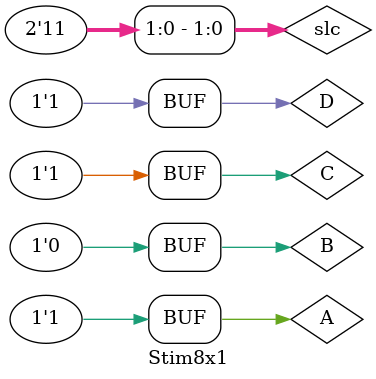
<source format=v>
module Stim8x1();
	reg A,B, C,D, E, F, G, H;
	reg [2:0] slc;
	wire out1, out2, out3, out4, out5, final_out1, final_out2;

	Multiplexer obj(A, B, slc[0], out1);
	Multiplexer obj1(C, D, slc[0], out2);
	Multiplexer obj2(out1, out2, slc[1], final_out1);

	Multiplexer obj3(E, F, slc[0], out3);
	Multiplexer obj4(G, H, slc[0], out4);
	Multiplexer obj5(out3, out4, slc[1], final_out2);

	Multiplexer obj6(final_out1, final_out2, slc[2]);

	initial 
		begin
			A=0; B=0; C=0; D=0; slc[0]=0; slc[1]=0;
			#10
			A=1; B=0; C=1; D=0; slc[0]=0; slc[1]=1;
			#10
			A=0; B=1; C=0; D=1; slc[0]=1; slc[1]=0;
			#10
			A=1; B=0; C=1; D=1; slc[0]=1; slc[1]=1;
		end
endmodule
</source>
